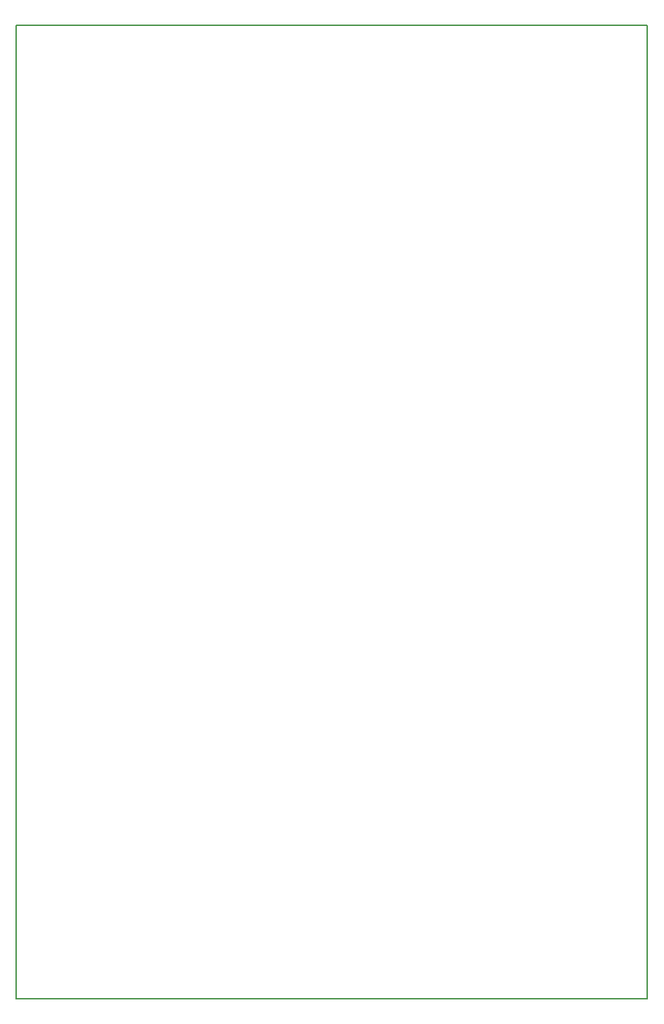
<source format=gko>
G04 #@! TF.FileFunction,Profile,NP*
%FSLAX46Y46*%
G04 Gerber Fmt 4.6, Leading zero omitted, Abs format (unit mm)*
G04 Created by KiCad (PCBNEW 4.0.2-stable) date Tuesday, March 29, 2016 'PMt' 06:01:04 PM*
%MOMM*%
G01*
G04 APERTURE LIST*
%ADD10C,0.100000*%
%ADD11C,0.150000*%
G04 APERTURE END LIST*
D10*
D11*
X49795000Y-19665000D02*
X49795000Y-137140000D01*
X125995000Y-19665000D02*
X49795000Y-19665000D01*
X125995000Y-137140000D02*
X125995000Y-19665000D01*
X49795000Y-137140000D02*
X125995000Y-137140000D01*
M02*

</source>
